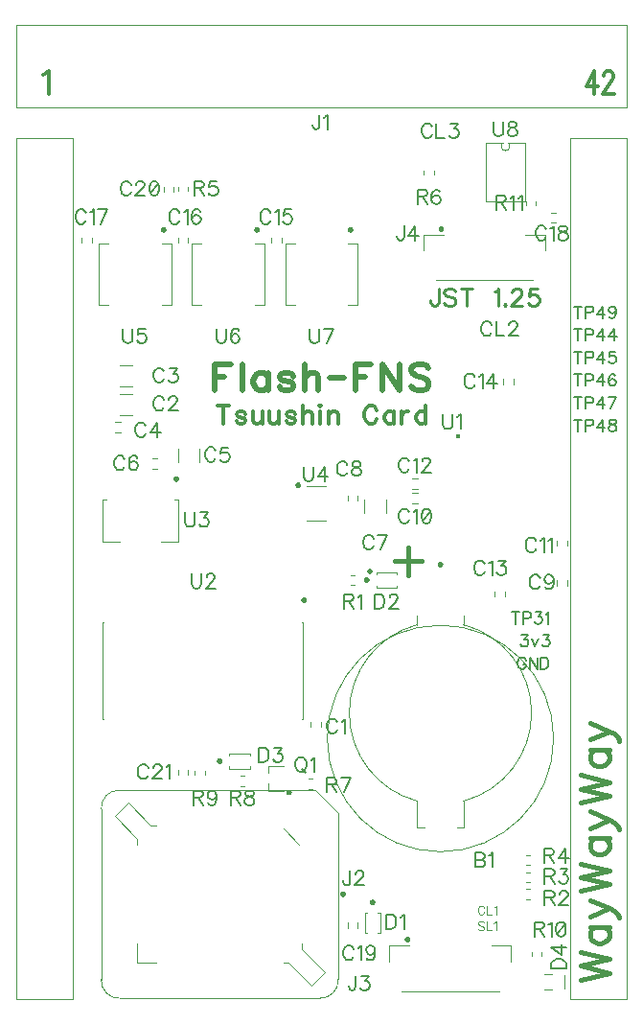
<source format=gbr>
G04 DipTrace 4.3.0.5*
G04 TopSilk.gbr*
%MOIN*%
G04 #@! TF.FileFunction,Legend,Top*
G04 #@! TF.Part,Single*
%ADD10C,0.004724*%
%ADD19C,0.019685*%
%ADD20C,0.003937*%
%ADD48C,0.00772*%
%ADD49C,0.019685*%
%ADD50C,0.015439*%
%ADD51C,0.016983*%
%ADD52C,0.009264*%
%ADD53C,0.013123*%
%ADD54C,0.006176*%
%ADD55C,0.004632*%
%ADD56C,0.012351*%
%FSLAX26Y26*%
G04*
G70*
G90*
G75*
G01*
G04 TopSilk*
%LPD*%
G36*
X1870087Y2268504D2*
X1871371Y2268420D1*
X1872634Y2268169D1*
X1873853Y2267755D1*
X1875008Y2267185D1*
X1876078Y2266470D1*
X1877046Y2265621D1*
X1877895Y2264653D1*
X1878611Y2263583D1*
X1879180Y2262428D1*
X1879594Y2261209D1*
X1879845Y2259946D1*
X1879929Y2258661D1*
X1879845Y2257377D1*
X1879594Y2256114D1*
X1879180Y2254895D1*
X1878611Y2253740D1*
X1877895Y2252670D1*
X1877046Y2251702D1*
X1876078Y2250853D1*
X1875008Y2250138D1*
X1873853Y2249568D1*
X1872634Y2249154D1*
X1871371Y2248903D1*
X1870087Y2248819D1*
D1*
X1868802Y2248903D1*
X1867539Y2249154D1*
X1866320Y2249568D1*
X1865165Y2250138D1*
X1864095Y2250853D1*
X1863127Y2251702D1*
X1862278Y2252670D1*
X1861563Y2253740D1*
X1860993Y2254895D1*
X1860580Y2256114D1*
X1860328Y2257377D1*
X1860244Y2258661D1*
X1860328Y2259946D1*
X1860580Y2261209D1*
X1860993Y2262428D1*
X1861563Y2263583D1*
X1862278Y2264653D1*
X1863127Y2265621D1*
X1864095Y2266470D1*
X1865165Y2267185D1*
X1866320Y2267755D1*
X1867539Y2268169D1*
X1868802Y2268420D1*
X1870087Y2268504D1*
D1*
G37*
X1950795Y2049016D2*
D10*
Y2079528D1*
X1789378Y2049016D2*
Y2079528D1*
X1950795Y1436024D2*
Y1342913D1*
X1789378Y1436024D2*
Y1342913D1*
X1950795D2*
X1926386D1*
X1813787D2*
X1789378D1*
Y2049016D2*
G03X1789378Y1436024I80708J-306496D01*
G01*
X1950795D2*
G03X1950795Y2049016I-80710J306496D01*
G01*
X1454732Y1711811D2*
Y1693701D1*
X1419299Y1711811D2*
Y1693701D1*
X799614Y2777559D2*
X755520D1*
X799614Y2852362D2*
X755520D1*
X799614Y2875984D2*
X755520D1*
X799614Y2950787D2*
X755520D1*
X757094Y2718504D2*
X738984D1*
X757094Y2753937D2*
X738984D1*
X1031503Y2659843D2*
X1031505Y2615749D1*
X956700Y2659842D2*
X956701Y2615747D1*
X885047Y2590551D2*
X866937D1*
X885047Y2625984D2*
X866937D1*
X1606307Y2438583D2*
Y2482677D1*
X1681110Y2438583D2*
Y2482677D1*
X1547252Y2481102D2*
Y2499213D1*
X1582685Y2481102D2*
Y2499213D1*
X2275599Y2185826D2*
X2275598Y2203937D1*
X2311032Y2185827D2*
X2311031Y2203937D1*
X1772449Y2507874D2*
X1790559D1*
X1772449Y2472441D2*
X1790559D1*
X2275599Y2323622D2*
X2275598Y2341732D1*
X2311032Y2323622D2*
X2311031Y2341733D1*
X1772449Y2557087D2*
X1790559D1*
X1772449Y2521654D2*
X1790559D1*
X2059063Y2146457D2*
Y2164567D1*
X2094496Y2146457D2*
Y2164567D1*
X2124024Y2902756D2*
Y2884646D1*
X2088591Y2902756D2*
Y2884646D1*
X1281504Y3376772D2*
Y3394882D1*
X1316937Y3376772D2*
Y3394882D1*
X956701Y3376772D2*
Y3394882D1*
X992134Y3376772D2*
Y3394882D1*
X622055Y3376772D2*
Y3394882D1*
X657488Y3376772D2*
Y3394882D1*
X2254732Y3482283D2*
X2272842Y3482284D1*
X2254733Y3446850D2*
X2272843Y3446851D1*
X1582685Y1012992D2*
Y994882D1*
X1547252Y1012992D2*
Y994882D1*
X907488Y3553937D2*
Y3572047D1*
X942921Y3553937D2*
Y3572048D1*
X956701Y1526378D2*
Y1544488D1*
X992134Y1526378D2*
Y1544489D1*
X1652764Y1049213D2*
X1660638D1*
Y978346D1*
X1652764D1*
X1614969Y1049213D2*
X1607094D1*
Y978346D1*
X1614969D1*
G36*
X1633866Y1093307D2*
X1635151Y1093223D1*
X1636414Y1092972D1*
X1637633Y1092558D1*
X1638787Y1091988D1*
X1639858Y1091273D1*
X1640826Y1090424D1*
X1641675Y1089456D1*
X1642390Y1088386D1*
X1642959Y1087231D1*
X1643373Y1086012D1*
X1643624Y1084749D1*
X1643709Y1083465D1*
X1643624Y1082180D1*
X1643373Y1080917D1*
X1642959Y1079698D1*
X1642390Y1078543D1*
X1641675Y1077473D1*
X1640826Y1076505D1*
X1639858Y1075656D1*
X1638787Y1074941D1*
X1637633Y1074371D1*
X1636414Y1073957D1*
X1635151Y1073706D1*
X1633866Y1073622D1*
D1*
X1632581Y1073706D1*
X1631319Y1073957D1*
X1630100Y1074371D1*
X1628945Y1074941D1*
X1627874Y1075656D1*
X1626906Y1076505D1*
X1626058Y1077473D1*
X1625342Y1078543D1*
X1624773Y1079698D1*
X1624359Y1080917D1*
X1624108Y1082180D1*
X1624024Y1083465D1*
X1624108Y1084749D1*
X1624359Y1086012D1*
X1624773Y1087231D1*
X1625342Y1088386D1*
X1626058Y1089456D1*
X1626906Y1090424D1*
X1627874Y1091273D1*
X1628945Y1091988D1*
X1630100Y1092558D1*
X1631319Y1092972D1*
X1632581Y1093223D1*
X1633866Y1093307D1*
D1*
G37*
X1647645Y2223621D2*
D10*
Y2231495D1*
X1718511Y2231497D1*
Y2223623D1*
X1647646Y2185826D2*
Y2177952D1*
X1718513Y2177954D1*
X1718512Y2185828D1*
G36*
X1603551Y2204722D2*
X1603635Y2206007D1*
X1603886Y2207270D1*
X1604300Y2208489D1*
X1604870Y2209644D1*
X1605585Y2210714D1*
X1606434Y2211682D1*
X1607402Y2212531D1*
X1608472Y2213246D1*
X1609627Y2213816D1*
X1610846Y2214230D1*
X1612109Y2214481D1*
X1613393Y2214565D1*
X1614678Y2214481D1*
X1615941Y2214230D1*
X1617160Y2213816D1*
X1618315Y2213247D1*
X1619385Y2212531D1*
X1620353Y2211683D1*
X1621202Y2210715D1*
X1621917Y2209644D1*
X1622487Y2208489D1*
X1622901Y2207270D1*
X1623152Y2206008D1*
X1623236Y2204723D1*
D1*
X1623152Y2203438D1*
X1622901Y2202175D1*
X1622487Y2200956D1*
X1621918Y2199802D1*
X1621202Y2198731D1*
X1620354Y2197763D1*
X1619386Y2196914D1*
X1618315Y2196199D1*
X1617161Y2195629D1*
X1615941Y2195216D1*
X1614679Y2194964D1*
X1613394Y2194880D1*
X1612109Y2194964D1*
X1610847Y2195215D1*
X1609627Y2195629D1*
X1608473Y2196199D1*
X1607402Y2196914D1*
X1606434Y2197763D1*
X1605585Y2198731D1*
X1604870Y2199801D1*
X1604301Y2200956D1*
X1603887Y2202175D1*
X1603635Y2203438D1*
X1603551Y2204722D1*
D1*
G37*
X1135834Y1593700D2*
D10*
X1135833Y1601574D1*
X1206700Y1601577D1*
Y1593703D1*
X1135835Y1555904D2*
X1135836Y1548030D1*
X1206702Y1548033D1*
Y1555907D1*
G36*
X1091740Y1574800D2*
X1091824Y1576085D1*
X1092075Y1577347D1*
X1092489Y1578567D1*
X1093059Y1579721D1*
X1093774Y1580792D1*
X1094623Y1581760D1*
X1095591Y1582609D1*
X1096661Y1583324D1*
X1097816Y1583894D1*
X1099035Y1584308D1*
X1100298Y1584559D1*
X1101582Y1584643D1*
X1102867Y1584559D1*
X1104130Y1584308D1*
X1105349Y1583894D1*
X1106504Y1583325D1*
X1107574Y1582609D1*
X1108542Y1581761D1*
X1109391Y1580793D1*
X1110106Y1579722D1*
X1110676Y1578567D1*
X1111090Y1577348D1*
X1111341Y1576086D1*
X1111425Y1574801D1*
D1*
X1111341Y1573516D1*
X1111090Y1572253D1*
X1110676Y1571034D1*
X1110107Y1569880D1*
X1109392Y1568809D1*
X1108543Y1567841D1*
X1107575Y1566992D1*
X1106504Y1566277D1*
X1105350Y1565707D1*
X1104131Y1565293D1*
X1102868Y1565042D1*
X1101583Y1564958D1*
X1100298Y1565042D1*
X1099036Y1565293D1*
X1097817Y1565707D1*
X1096662Y1566276D1*
X1095591Y1566992D1*
X1094623Y1567840D1*
X1093774Y1568808D1*
X1093059Y1569879D1*
X1092490Y1571034D1*
X1092076Y1572253D1*
X1091824Y1573515D1*
X1091740Y1574800D1*
D1*
G37*
X2258276Y780315D2*
D20*
X2229930D1*
X2258275Y833859D2*
X2229929Y833858D1*
X2300008Y783859D2*
X2300007Y830316D1*
X393701Y4133681D2*
D10*
Y3848248D1*
X2519701D1*
Y4133681D1*
X393701D1*
X1449824Y750463D2*
G03X1514462Y815932I2939J61741D01*
G01*
G36*
X1541740Y1112205D2*
X1541656Y1110920D1*
X1541405Y1109657D1*
X1540991Y1108438D1*
X1540422Y1107283D1*
X1539706Y1106213D1*
X1538858Y1105245D1*
X1537890Y1104396D1*
X1536819Y1103681D1*
X1535664Y1103111D1*
X1534445Y1102698D1*
X1533183Y1102446D1*
X1531898Y1102362D1*
X1530613Y1102446D1*
X1529350Y1102698D1*
X1528131Y1103111D1*
X1526977Y1103681D1*
X1525906Y1104396D1*
X1524938Y1105245D1*
X1524089Y1106213D1*
X1523374Y1107283D1*
X1522805Y1108438D1*
X1522391Y1109657D1*
X1522140Y1110920D1*
X1522055Y1112205D1*
D1*
X1522140Y1113489D1*
X1522391Y1114752D1*
X1522805Y1115971D1*
X1523374Y1117126D1*
X1524089Y1118196D1*
X1524938Y1119164D1*
X1525906Y1120013D1*
X1526977Y1120729D1*
X1528131Y1121298D1*
X1529350Y1121712D1*
X1530613Y1121963D1*
X1531898Y1122047D1*
X1533183Y1121963D1*
X1534445Y1121712D1*
X1535664Y1121298D1*
X1536819Y1120729D1*
X1537890Y1120013D1*
X1538858Y1119164D1*
X1539706Y1118196D1*
X1540422Y1117126D1*
X1540991Y1115971D1*
X1541405Y1114752D1*
X1541656Y1113489D1*
X1541740Y1112205D1*
D1*
G37*
X690235Y815144D2*
D10*
G03X755704Y750507I61741J-2939D01*
G01*
X754916Y1473946D2*
G03X690278Y1408478I-2939J-61741D01*
G01*
X1449824Y750394D2*
X755717D1*
X689969Y815144D2*
Y1408465D1*
X754916Y1474016D2*
X1435047D1*
X1514969Y1394094D1*
X1514772D2*
Y815945D1*
X881505Y874803D2*
X815756D1*
Y941340D1*
Y1283070D2*
Y1304331D1*
X737016Y1383071D1*
X783473Y1429528D1*
X862213Y1349606D1*
X881505D1*
X1323235Y1340409D2*
X1379684Y1283070D1*
X1388984Y941340D2*
Y920079D1*
X1467725Y841339D1*
X1421268Y794882D1*
X1342528Y874803D1*
X1323235D1*
X2073631Y775591D2*
X1735440D1*
G36*
X1764772Y954724D2*
X1764687Y953440D1*
X1764436Y952177D1*
X1764022Y950958D1*
X1763453Y949803D1*
X1762738Y948733D1*
X1761889Y947765D1*
X1760921Y946916D1*
X1759850Y946201D1*
X1758696Y945631D1*
X1757477Y945217D1*
X1756214Y944966D1*
X1754929Y944882D1*
X1753644Y944966D1*
X1752382Y945217D1*
X1751163Y945631D1*
X1750008Y946201D1*
X1748937Y946916D1*
X1747969Y947765D1*
X1747121Y948733D1*
X1746405Y949803D1*
X1745836Y950958D1*
X1745422Y952177D1*
X1745171Y953440D1*
X1745087Y954724D1*
D1*
X1745171Y956009D1*
X1745422Y957272D1*
X1745836Y958491D1*
X1746405Y959646D1*
X1747121Y960716D1*
X1747969Y961684D1*
X1748937Y962533D1*
X1750008Y963248D1*
X1751163Y963818D1*
X1752382Y964232D1*
X1753644Y964483D1*
X1754929Y964567D1*
X1756214Y964483D1*
X1757477Y964232D1*
X1758696Y963818D1*
X1759850Y963248D1*
X1760921Y962533D1*
X1761889Y961684D1*
X1762738Y960716D1*
X1763453Y959646D1*
X1764022Y958491D1*
X1764436Y957272D1*
X1764687Y956009D1*
X1764772Y954724D1*
D1*
G37*
X1692921Y879133D2*
D10*
Y935039D1*
X1762608D1*
X2046463D2*
X2116150D1*
Y879133D1*
X2191741Y3246063D2*
X1853550D1*
G36*
X1882882Y3425197D2*
X1882798Y3423912D1*
X1882547Y3422649D1*
X1882133Y3421430D1*
X1881563Y3420276D1*
X1880848Y3419205D1*
X1879999Y3418237D1*
X1879031Y3417388D1*
X1877961Y3416673D1*
X1876806Y3416104D1*
X1875587Y3415690D1*
X1874324Y3415439D1*
X1873039Y3415354D1*
X1871755Y3415439D1*
X1870492Y3415690D1*
X1869273Y3416104D1*
X1868118Y3416673D1*
X1867048Y3417388D1*
X1866080Y3418237D1*
X1865231Y3419205D1*
X1864515Y3420276D1*
X1863946Y3421430D1*
X1863532Y3422649D1*
X1863281Y3423912D1*
X1863197Y3425197D1*
D1*
X1863281Y3426482D1*
X1863532Y3427744D1*
X1863946Y3428963D1*
X1864515Y3430118D1*
X1865231Y3431189D1*
X1866080Y3432157D1*
X1867048Y3433005D1*
X1868118Y3433721D1*
X1869273Y3434290D1*
X1870492Y3434704D1*
X1871755Y3434955D1*
X1873039Y3435039D1*
X1874324Y3434955D1*
X1875587Y3434704D1*
X1876806Y3434290D1*
X1877961Y3433721D1*
X1879031Y3433005D1*
X1879999Y3432157D1*
X1880848Y3431189D1*
X1881563Y3430118D1*
X1882133Y3428963D1*
X1882547Y3427744D1*
X1882798Y3426482D1*
X1882882Y3425197D1*
D1*
G37*
X1811031Y3349605D2*
D10*
Y3405512D1*
X1880718D1*
X2164573D2*
X2234260D1*
Y3349605D1*
X1272449Y1498819D2*
Y1472441D1*
X1325992D1*
X1272449Y1532677D2*
Y1559055D1*
X1325992D1*
G36*
X1343315Y1455906D2*
X1342030Y1455990D1*
X1340768Y1456241D1*
X1339548Y1456655D1*
X1338394Y1457224D1*
X1337323Y1457939D1*
X1336355Y1458788D1*
X1335506Y1459756D1*
X1334791Y1460827D1*
X1334222Y1461981D1*
X1333808Y1463201D1*
X1333557Y1464463D1*
X1333472Y1465748D1*
X1333557Y1467033D1*
X1333808Y1468295D1*
X1334222Y1469515D1*
X1334791Y1470669D1*
X1335506Y1471740D1*
X1336355Y1472708D1*
X1337323Y1473557D1*
X1338394Y1474272D1*
X1339548Y1474841D1*
X1340768Y1475255D1*
X1342030Y1475506D1*
X1343315Y1475591D1*
D1*
X1344600Y1475506D1*
X1345862Y1475255D1*
X1347082Y1474841D1*
X1348236Y1474272D1*
X1349307Y1473557D1*
X1350275Y1472708D1*
X1351124Y1471740D1*
X1351839Y1470669D1*
X1352408Y1469515D1*
X1352822Y1468295D1*
X1353073Y1467033D1*
X1353157Y1465748D1*
X1353073Y1464463D1*
X1352822Y1463201D1*
X1352408Y1461981D1*
X1351839Y1460827D1*
X1351124Y1459756D1*
X1350275Y1458788D1*
X1349307Y1457939D1*
X1348236Y1457224D1*
X1347082Y1456655D1*
X1345862Y1456241D1*
X1344600Y1455990D1*
X1343315Y1455906D1*
D1*
G37*
X1571662Y2187008D2*
D10*
X1558276D1*
X1571661Y2222441D2*
X1558275D1*
X2168512Y1129921D2*
X2181898D1*
X2168512Y1094488D2*
X2181898D1*
X2168512Y1188976D2*
X2181898D1*
X2168512Y1153543D2*
X2181898D1*
X2168512Y1248031D2*
X2181898D1*
X2168512Y1212598D2*
X2181898D1*
X992134Y3569686D2*
Y3556300D1*
X956701Y3569684D2*
Y3556298D1*
X1848433Y3628741D2*
Y3615355D1*
X1813000Y3628740D2*
Y3615354D1*
X1410637Y1513779D2*
X1424023Y1513780D1*
X1410638Y1478346D2*
X1424024Y1478347D1*
X1187804Y1488189D2*
X1174418D1*
X1187802Y1523622D2*
X1174417D1*
X1051189Y1542126D2*
Y1528741D1*
X1015756Y1542126D2*
Y1528740D1*
X2187016Y898819D2*
Y912204D1*
X2222449Y898819D2*
Y912205D1*
X2202764Y3520472D2*
Y3507087D1*
X2167331Y3520472D2*
Y3507087D1*
G36*
X1923236Y2704724D2*
X1923304Y2705752D1*
X1923505Y2706762D1*
X1923836Y2707738D1*
X1924291Y2708661D1*
X1924863Y2709518D1*
X1925542Y2710292D1*
X1926317Y2710971D1*
X1927173Y2711544D1*
X1928097Y2711999D1*
X1929072Y2712330D1*
X1930082Y2712531D1*
X1931110Y2712598D1*
X1932138Y2712531D1*
X1933148Y2712330D1*
X1934123Y2711999D1*
X1935047Y2711544D1*
X1935904Y2710971D1*
X1936678Y2710292D1*
X1937357Y2709518D1*
X1937929Y2708661D1*
X1938385Y2707738D1*
X1938716Y2706762D1*
X1938917Y2705752D1*
X1938984Y2704724D1*
D1*
X1938917Y2703697D1*
X1938716Y2702686D1*
X1938385Y2701711D1*
X1937929Y2700787D1*
X1937357Y2699931D1*
X1936678Y2699157D1*
X1935904Y2698478D1*
X1935047Y2697905D1*
X1934123Y2697450D1*
X1933148Y2697119D1*
X1932138Y2696918D1*
X1931110Y2696850D1*
X1930082Y2696918D1*
X1929072Y2697119D1*
X1928097Y2697450D1*
X1927173Y2697905D1*
X1926317Y2698478D1*
X1925542Y2699157D1*
X1924863Y2699931D1*
X1924291Y2700787D1*
X1923836Y2701711D1*
X1923505Y2702686D1*
X1923304Y2703697D1*
X1923236Y2704724D1*
D1*
G37*
X1388591Y1720472D2*
D10*
X1391740D1*
Y2059055D1*
X1388591D1*
X698039Y1720472D2*
X694890D1*
Y2059055D1*
X698039D1*
G36*
X1405913Y2135039D2*
X1405829Y2133755D1*
X1405578Y2132492D1*
X1405164Y2131273D1*
X1404595Y2130118D1*
X1403879Y2129048D1*
X1403031Y2128080D1*
X1402063Y2127231D1*
X1400992Y2126515D1*
X1399837Y2125946D1*
X1398618Y2125532D1*
X1397356Y2125281D1*
X1396071Y2125197D1*
X1394786Y2125281D1*
X1393523Y2125532D1*
X1392304Y2125946D1*
X1391150Y2126515D1*
X1390079Y2127231D1*
X1389111Y2128080D1*
X1388262Y2129048D1*
X1387547Y2130118D1*
X1386978Y2131273D1*
X1386564Y2132492D1*
X1386313Y2133755D1*
X1386228Y2135039D1*
D1*
X1386313Y2136324D1*
X1386564Y2137587D1*
X1386978Y2138806D1*
X1387547Y2139961D1*
X1388262Y2141031D1*
X1389111Y2141999D1*
X1390079Y2142848D1*
X1391150Y2143563D1*
X1392304Y2144133D1*
X1393523Y2144547D1*
X1394786Y2144798D1*
X1396071Y2144882D1*
X1397356Y2144798D1*
X1398618Y2144547D1*
X1399837Y2144133D1*
X1400992Y2143563D1*
X1402063Y2142848D1*
X1403031Y2141999D1*
X1403879Y2141031D1*
X1404595Y2139961D1*
X1405164Y2138806D1*
X1405578Y2137587D1*
X1405829Y2136324D1*
X1405913Y2135039D1*
D1*
G37*
X898039Y2338583D2*
D10*
X958669D1*
Y2484252D1*
X944102D1*
X755520Y2338583D2*
X694890D1*
Y2484252D1*
X709457D1*
G36*
X961425Y2555512D2*
X961341Y2554227D1*
X961090Y2552964D1*
X960676Y2551745D1*
X960107Y2550591D1*
X959391Y2549520D1*
X958542Y2548552D1*
X957574Y2547703D1*
X956504Y2546988D1*
X955349Y2546419D1*
X954130Y2546005D1*
X952867Y2545753D1*
X951583Y2545669D1*
X950298Y2545753D1*
X949035Y2546005D1*
X947816Y2546419D1*
X946661Y2546988D1*
X945591Y2547703D1*
X944623Y2548552D1*
X943774Y2549520D1*
X943059Y2550591D1*
X942489Y2551745D1*
X942076Y2552964D1*
X941824Y2554227D1*
X941740Y2555512D1*
D1*
X941824Y2556797D1*
X942076Y2558059D1*
X942489Y2559278D1*
X943059Y2560433D1*
X943774Y2561504D1*
X944623Y2562472D1*
X945591Y2563320D1*
X946661Y2564036D1*
X947816Y2564605D1*
X949035Y2565019D1*
X950298Y2565270D1*
X951583Y2565354D1*
X952867Y2565270D1*
X954130Y2565019D1*
X955349Y2564605D1*
X956504Y2564036D1*
X957574Y2563320D1*
X958542Y2562472D1*
X959391Y2561504D1*
X960107Y2560433D1*
X960676Y2559278D1*
X961090Y2558059D1*
X961341Y2556797D1*
X961425Y2555512D1*
D1*
G37*
X1470480Y2529528D2*
D10*
X1403551D1*
X1470480Y2411417D2*
X1403551D1*
G36*
X1375205Y2544094D2*
X1376489Y2544010D1*
X1377752Y2543759D1*
X1378971Y2543345D1*
X1380126Y2542776D1*
X1381196Y2542061D1*
X1382164Y2541212D1*
X1383013Y2540244D1*
X1383729Y2539173D1*
X1384298Y2538019D1*
X1384712Y2536799D1*
X1384963Y2535537D1*
X1385047Y2534252D1*
X1384963Y2532967D1*
X1384712Y2531705D1*
X1384298Y2530485D1*
X1383729Y2529331D1*
X1383013Y2528260D1*
X1382164Y2527292D1*
X1381196Y2526443D1*
X1380126Y2525728D1*
X1378971Y2525159D1*
X1377752Y2524745D1*
X1376489Y2524494D1*
X1375205Y2524409D1*
D1*
X1373920Y2524494D1*
X1372657Y2524745D1*
X1371438Y2525159D1*
X1370283Y2525728D1*
X1369213Y2526443D1*
X1368245Y2527292D1*
X1367396Y2528260D1*
X1366681Y2529331D1*
X1366111Y2530485D1*
X1365698Y2531705D1*
X1365446Y2532967D1*
X1365362Y2534252D1*
X1365446Y2535537D1*
X1365698Y2536799D1*
X1366111Y2538019D1*
X1366681Y2539173D1*
X1367396Y2540244D1*
X1368245Y2541212D1*
X1369213Y2542061D1*
X1370283Y2542776D1*
X1371438Y2543345D1*
X1372657Y2543759D1*
X1373920Y2544010D1*
X1375205Y2544094D1*
D1*
G37*
X900008Y3161417D2*
D10*
X933079D1*
Y3374016D1*
X900008D1*
X714181Y3161417D2*
X681110D1*
Y3374016D1*
X714181D1*
G36*
X917331Y3422047D2*
X917247Y3420763D1*
X916995Y3419500D1*
X916581Y3418281D1*
X916012Y3417126D1*
X915297Y3416055D1*
X914448Y3415088D1*
X913480Y3414239D1*
X912409Y3413523D1*
X911255Y3412954D1*
X910036Y3412540D1*
X908773Y3412289D1*
X907488Y3412205D1*
X906203Y3412289D1*
X904941Y3412540D1*
X903722Y3412954D1*
X902567Y3413523D1*
X901496Y3414239D1*
X900528Y3415088D1*
X899680Y3416055D1*
X898964Y3417126D1*
X898395Y3418281D1*
X897981Y3419500D1*
X897730Y3420763D1*
X897646Y3422047D1*
D1*
X897730Y3423332D1*
X897981Y3424595D1*
X898395Y3425814D1*
X898964Y3426969D1*
X899680Y3428039D1*
X900528Y3429007D1*
X901496Y3429856D1*
X902567Y3430571D1*
X903722Y3431141D1*
X904941Y3431554D1*
X906203Y3431806D1*
X907488Y3431890D1*
X908773Y3431806D1*
X910036Y3431554D1*
X911255Y3431141D1*
X912409Y3430571D1*
X913480Y3429856D1*
X914448Y3429007D1*
X915297Y3428039D1*
X916012Y3426969D1*
X916581Y3425814D1*
X916995Y3424595D1*
X917247Y3423332D1*
X917331Y3422047D1*
D1*
G37*
X1224811Y3161417D2*
D10*
X1257882D1*
Y3374016D1*
X1224811D1*
X1038984Y3161417D2*
X1005913D1*
Y3374016D1*
X1038984D1*
G36*
X1242134Y3422047D2*
X1242050Y3420763D1*
X1241798Y3419500D1*
X1241385Y3418281D1*
X1240815Y3417126D1*
X1240100Y3416055D1*
X1239251Y3415088D1*
X1238283Y3414239D1*
X1237213Y3413523D1*
X1236058Y3412954D1*
X1234839Y3412540D1*
X1233576Y3412289D1*
X1232291Y3412205D1*
X1231007Y3412289D1*
X1229744Y3412540D1*
X1228525Y3412954D1*
X1227370Y3413523D1*
X1226300Y3414239D1*
X1225332Y3415088D1*
X1224483Y3416055D1*
X1223767Y3417126D1*
X1223198Y3418281D1*
X1222784Y3419500D1*
X1222533Y3420763D1*
X1222449Y3422047D1*
D1*
X1222533Y3423332D1*
X1222784Y3424595D1*
X1223198Y3425814D1*
X1223767Y3426969D1*
X1224483Y3428039D1*
X1225332Y3429007D1*
X1226300Y3429856D1*
X1227370Y3430571D1*
X1228525Y3431141D1*
X1229744Y3431554D1*
X1231007Y3431806D1*
X1232291Y3431890D1*
X1233576Y3431806D1*
X1234839Y3431554D1*
X1236058Y3431141D1*
X1237213Y3430571D1*
X1238283Y3429856D1*
X1239251Y3429007D1*
X1240100Y3428039D1*
X1240815Y3426969D1*
X1241385Y3425814D1*
X1241798Y3424595D1*
X1242050Y3423332D1*
X1242134Y3422047D1*
D1*
G37*
X1549614Y3161417D2*
D10*
X1582685D1*
Y3374016D1*
X1549614D1*
X1363787Y3161417D2*
X1330717D1*
Y3374016D1*
X1363787D1*
G36*
X1566937Y3422047D2*
X1566853Y3420763D1*
X1566602Y3419500D1*
X1566188Y3418281D1*
X1565618Y3417126D1*
X1564903Y3416055D1*
X1564054Y3415088D1*
X1563086Y3414239D1*
X1562016Y3413523D1*
X1560861Y3412954D1*
X1559642Y3412540D1*
X1558379Y3412289D1*
X1557094Y3412205D1*
X1555810Y3412289D1*
X1554547Y3412540D1*
X1553328Y3412954D1*
X1552173Y3413523D1*
X1551103Y3414239D1*
X1550135Y3415088D1*
X1549286Y3416055D1*
X1548571Y3417126D1*
X1548001Y3418281D1*
X1547587Y3419500D1*
X1547336Y3420763D1*
X1547252Y3422047D1*
D1*
X1547336Y3423332D1*
X1547587Y3424595D1*
X1548001Y3425814D1*
X1548571Y3426969D1*
X1549286Y3428039D1*
X1550135Y3429007D1*
X1551103Y3429856D1*
X1552173Y3430571D1*
X1553328Y3431141D1*
X1554547Y3431554D1*
X1555810Y3431806D1*
X1557094Y3431890D1*
X1558379Y3431806D1*
X1559642Y3431554D1*
X1560861Y3431141D1*
X1562016Y3430571D1*
X1563086Y3429856D1*
X1564054Y3429007D1*
X1564903Y3428039D1*
X1565618Y3426969D1*
X1566188Y3425814D1*
X1566602Y3424595D1*
X1566853Y3423332D1*
X1566937Y3422047D1*
D1*
G37*
X2029549Y3724407D2*
D10*
X2029553Y3519685D1*
X2163376Y3724410D2*
X2163380Y3519688D1*
X2029553Y3519685D2*
X2163380Y3519688D1*
X2029549Y3724407D2*
X2088576Y3724408D1*
X2104348D2*
X2163376Y3724410D1*
X2088576Y3724408D2*
G03X2104348Y3724408I7886J-12649D01*
G01*
X2322843Y3740157D2*
X2519693D1*
Y748031D1*
X2322843D1*
Y3740157D1*
X393709D2*
X590559D1*
Y748031D1*
X393709D1*
Y3740157D1*
X1476386Y1653543D2*
G02X1476386Y1653543I393701J0D01*
G01*
D19*
X1624024Y2234252D3*
X1140890Y2954181D2*
D49*
X1084880D1*
Y2863749D1*
Y2911104D2*
X1119302D1*
X1180260Y2954181D2*
Y2863749D1*
X1271263Y2924037D2*
Y2863749D1*
Y2911104D2*
X1262707Y2919759D1*
X1254052Y2924037D1*
X1241218D1*
X1232563Y2919759D1*
X1224007Y2911104D1*
X1219630Y2898171D1*
Y2889615D1*
X1224007Y2876682D1*
X1232563Y2868127D1*
X1241218Y2863749D1*
X1254052D1*
X1262707Y2868127D1*
X1271263Y2876682D1*
X1357988Y2911104D2*
X1353710Y2919759D1*
X1340777Y2924037D1*
X1327844D1*
X1314911Y2919759D1*
X1310633Y2911104D1*
X1314911Y2902548D1*
X1323566Y2898171D1*
X1345055Y2893893D1*
X1353710Y2889615D1*
X1357988Y2880960D1*
Y2876682D1*
X1353710Y2868127D1*
X1340777Y2863749D1*
X1327844D1*
X1314911Y2868127D1*
X1310633Y2876682D1*
X1397358Y2954181D2*
Y2863749D1*
Y2906826D2*
X1410291Y2919759D1*
X1418946Y2924037D1*
X1431879D1*
X1440435Y2919759D1*
X1444713Y2906826D1*
Y2863749D1*
X1484083Y2908916D2*
X1533825D1*
X1629206Y2954181D2*
X1573196D1*
Y2863749D1*
Y2911104D2*
X1607617D1*
X1728864Y2954181D2*
Y2863749D1*
X1668576Y2954181D1*
Y2863749D1*
X1828522Y2941248D2*
X1819966Y2949903D1*
X1807033Y2954181D1*
X1789822D1*
X1776889Y2949903D1*
X1768234Y2941248D1*
Y2932692D1*
X1772611Y2924037D1*
X1776889Y2919759D1*
X1785445Y2915482D1*
X1811311Y2906826D1*
X1819966Y2902548D1*
X1824244Y2898171D1*
X1828522Y2889615D1*
Y2876682D1*
X1819966Y2868127D1*
X1807033Y2863749D1*
X1789822D1*
X1776889Y2868127D1*
X1768234Y2876682D1*
X2356760Y814806D2*
D50*
X2457240Y838793D1*
X2356760Y862670D1*
X2457240Y886546D1*
X2356760Y910533D1*
X2390253Y998781D2*
X2457240D1*
X2404623D2*
X2395006Y989275D1*
X2390253Y979658D1*
Y965399D1*
X2395006Y955782D1*
X2404623Y946275D1*
X2418993Y941412D1*
X2428500D1*
X2442870Y946275D1*
X2452376Y955782D1*
X2457240Y965399D1*
Y979658D1*
X2452376Y989275D1*
X2442870Y998781D1*
X2390253Y1034524D2*
X2457240Y1063153D1*
X2476363Y1053647D1*
X2485980Y1044030D1*
X2490733Y1034524D1*
Y1029660D1*
X2390253Y1091893D2*
X2457240Y1063153D1*
X2356760Y1122772D2*
X2457240Y1146759D1*
X2356760Y1170635D1*
X2457240Y1194512D1*
X2356760Y1218499D1*
X2390253Y1306747D2*
X2457240D1*
X2404623D2*
X2395006Y1297241D1*
X2390253Y1287624D1*
Y1273364D1*
X2395006Y1263747D1*
X2404623Y1254241D1*
X2418993Y1249377D1*
X2428500D1*
X2442870Y1254241D1*
X2452376Y1263747D1*
X2457240Y1273364D1*
Y1287624D1*
X2452376Y1297241D1*
X2442870Y1306747D1*
X2390253Y1342489D2*
X2457240Y1371119D1*
X2476363Y1361612D1*
X2485980Y1351995D1*
X2490733Y1342489D1*
Y1337625D1*
X2390253Y1399859D2*
X2457240Y1371119D1*
X2356760Y1430737D2*
X2457240Y1454724D1*
X2356760Y1478601D1*
X2457240Y1502477D1*
X2356760Y1526464D1*
X2390253Y1614713D2*
X2457240D1*
X2404623D2*
X2395006Y1605206D1*
X2390253Y1595589D1*
Y1581330D1*
X2395006Y1571713D1*
X2404623Y1562206D1*
X2418993Y1557343D1*
X2428500D1*
X2442870Y1562206D1*
X2452376Y1571713D1*
X2457240Y1581330D1*
Y1595589D1*
X2452376Y1605206D1*
X2442870Y1614713D1*
X2390253Y1650455D2*
X2457240Y1679084D1*
X2476363Y1669578D1*
X2485980Y1659961D1*
X2490733Y1650455D1*
Y1645591D1*
X2390253Y1707824D2*
X2457240Y1679084D1*
X1758555Y2316931D2*
D51*
Y2222210D1*
X1711255Y2269510D2*
X1805976D1*
X1864066Y3217839D2*
D52*
Y3171943D1*
X1861214Y3163321D1*
X1858296Y3160469D1*
X1852592Y3157551D1*
X1846822D1*
X1841118Y3160469D1*
X1838267Y3163321D1*
X1835348Y3171943D1*
Y3177647D1*
X1922785Y3209216D2*
X1917082Y3214987D1*
X1908460Y3217839D1*
X1896986D1*
X1888364Y3214987D1*
X1882593Y3209216D1*
Y3203513D1*
X1885512Y3197743D1*
X1888364Y3194891D1*
X1894067Y3192039D1*
X1911312Y3186269D1*
X1917082Y3183417D1*
X1919934Y3180498D1*
X1922785Y3174795D1*
Y3166173D1*
X1917082Y3160469D1*
X1908460Y3157551D1*
X1896986D1*
X1888364Y3160469D1*
X1882593Y3166173D1*
X1961409Y3217839D2*
Y3157551D1*
X1941313Y3217839D2*
X1981505D1*
X2058353Y3206298D2*
X2064123Y3209216D1*
X2072745Y3217772D1*
Y3157551D1*
X2094124Y3163321D2*
X2091272Y3160402D1*
X2094124Y3157551D1*
X2097042Y3160402D1*
X2094124Y3163321D1*
X2118488Y3203446D2*
Y3206298D1*
X2121339Y3212068D1*
X2124191Y3214920D1*
X2129962Y3217772D1*
X2141435D1*
X2147139Y3214920D1*
X2149991Y3212068D1*
X2152909Y3206298D1*
Y3200594D1*
X2149991Y3194824D1*
X2144287Y3186269D1*
X2115569Y3157551D1*
X2155761D1*
X2208710Y3217772D2*
X2180059D1*
X2177207Y3191972D1*
X2180059Y3194824D1*
X2188681Y3197743D1*
X2197236D1*
X2205858Y3194824D1*
X2211629Y3189120D1*
X2214480Y3180498D1*
Y3174795D1*
X2211629Y3166173D1*
X2205858Y3160402D1*
X2197236Y3157551D1*
X2188681D1*
X2180059Y3160402D1*
X2177207Y3163321D1*
X2174288Y3169024D1*
X1114278Y2809349D2*
D53*
Y2749061D1*
X1094182Y2809349D2*
X1134374D1*
X1192190Y2780631D2*
X1189338Y2786401D1*
X1180716Y2789253D1*
X1172094D1*
X1163472Y2786401D1*
X1160620Y2780631D1*
X1163472Y2774927D1*
X1169242Y2772009D1*
X1183568Y2769157D1*
X1189338Y2766305D1*
X1192190Y2760535D1*
Y2757683D1*
X1189338Y2751979D1*
X1180716Y2749061D1*
X1172094D1*
X1163472Y2751979D1*
X1160620Y2757683D1*
X1218437Y2789253D2*
Y2760535D1*
X1221289Y2751979D1*
X1227059Y2749061D1*
X1235681D1*
X1241385Y2751979D1*
X1250007Y2760535D1*
Y2789253D2*
Y2749061D1*
X1276254Y2789253D2*
Y2760535D1*
X1279106Y2751979D1*
X1284876Y2749061D1*
X1293498D1*
X1299202Y2751979D1*
X1307824Y2760535D1*
Y2789253D2*
Y2749061D1*
X1365640Y2780631D2*
X1362788Y2786401D1*
X1354166Y2789253D1*
X1345544D1*
X1336922Y2786401D1*
X1334070Y2780631D1*
X1336922Y2774927D1*
X1342692Y2772009D1*
X1357018Y2769157D1*
X1362788Y2766305D1*
X1365640Y2760535D1*
Y2757683D1*
X1362788Y2751979D1*
X1354166Y2749061D1*
X1345544D1*
X1336922Y2751979D1*
X1334070Y2757683D1*
X1391887Y2809349D2*
Y2749061D1*
Y2777779D2*
X1400509Y2786401D1*
X1406279Y2789253D1*
X1414901D1*
X1420605Y2786401D1*
X1423457Y2777779D1*
Y2749061D1*
X1449704Y2809349D2*
X1452556Y2806497D1*
X1455474Y2809349D1*
X1452556Y2812267D1*
X1449704Y2809349D1*
X1452556Y2789253D2*
Y2749061D1*
X1481721Y2789253D2*
Y2749061D1*
Y2777779D2*
X1490343Y2786401D1*
X1496113Y2789253D1*
X1504668D1*
X1510439Y2786401D1*
X1513290Y2777779D1*
Y2749061D1*
X1648622Y2795023D2*
X1645770Y2800727D1*
X1640000Y2806497D1*
X1634296Y2809349D1*
X1622822D1*
X1617052Y2806497D1*
X1611348Y2800727D1*
X1608430Y2795023D1*
X1605578Y2786401D1*
Y2772009D1*
X1608430Y2763453D1*
X1611348Y2757683D1*
X1617052Y2751979D1*
X1622822Y2749061D1*
X1634296D1*
X1640000Y2751979D1*
X1645770Y2757683D1*
X1648622Y2763453D1*
X1709290Y2789253D2*
Y2749061D1*
Y2780631D2*
X1703587Y2786401D1*
X1697817Y2789253D1*
X1689261D1*
X1683491Y2786401D1*
X1677787Y2780631D1*
X1674869Y2772009D1*
Y2766305D1*
X1677787Y2757683D1*
X1683491Y2751979D1*
X1689261Y2749061D1*
X1697817D1*
X1703587Y2751979D1*
X1709290Y2757683D1*
X1735537Y2789253D2*
Y2749061D1*
Y2772009D2*
X1738455Y2780631D1*
X1744159Y2786401D1*
X1749929Y2789253D1*
X1758551D1*
X1819220Y2809349D2*
Y2749061D1*
Y2780631D2*
X1813516Y2786401D1*
X1807746Y2789253D1*
X1799124D1*
X1793420Y2786401D1*
X1787650Y2780631D1*
X1784798Y2772009D1*
Y2766305D1*
X1787650Y2757683D1*
X1793420Y2751979D1*
X1799124Y2749061D1*
X1807746D1*
X1813516Y2751979D1*
X1819220Y2757683D1*
X1840919Y3780158D2*
D48*
X1838542Y3784911D1*
X1833734Y3789720D1*
X1828980Y3792096D1*
X1819419D1*
X1814610Y3789720D1*
X1809857Y3784911D1*
X1807425Y3780158D1*
X1805049Y3772973D1*
Y3760980D1*
X1807425Y3753850D1*
X1809857Y3749041D1*
X1814610Y3744288D1*
X1819419Y3741856D1*
X1828980D1*
X1833734Y3744288D1*
X1838542Y3749041D1*
X1840919Y3753850D1*
X1856358Y3792096D2*
Y3741856D1*
X1885043D1*
X1905291Y3792041D2*
X1931544D1*
X1917229Y3772918D1*
X1924414D1*
X1929167Y3770541D1*
X1931544Y3768165D1*
X1933975Y3760980D1*
Y3756226D1*
X1931544Y3749041D1*
X1926790Y3744233D1*
X1919605Y3741856D1*
X1912420D1*
X1905291Y3744233D1*
X1902914Y3746665D1*
X1900482Y3751418D1*
X2047612Y3091182D2*
X2045235Y3095935D1*
X2040427Y3100743D1*
X2035673Y3103120D1*
X2026112D1*
X2021303Y3100743D1*
X2016550Y3095935D1*
X2014118Y3091182D1*
X2011742Y3083997D1*
Y3072003D1*
X2014118Y3064874D1*
X2016550Y3060065D1*
X2021303Y3055312D1*
X2026112Y3052880D1*
X2035673D1*
X2040427Y3055312D1*
X2045235Y3060065D1*
X2047612Y3064874D1*
X2063051Y3103120D2*
Y3052880D1*
X2091736D1*
X2109607Y3091127D2*
Y3093503D1*
X2111983Y3098312D1*
X2114360Y3100688D1*
X2119168Y3103065D1*
X2128730D1*
X2133483Y3100688D1*
X2135860Y3098312D1*
X2138292Y3093503D1*
Y3088750D1*
X2135860Y3083942D1*
X2131107Y3076812D1*
X2107175Y3052880D1*
X2140668D1*
X2349170Y3155724D2*
D54*
Y3115532D1*
X2335773Y3155724D2*
X2362568D1*
X2374919Y3134678D2*
X2392163D1*
X2397867Y3136579D1*
X2399812Y3138525D1*
X2401714Y3142327D1*
Y3148075D1*
X2399812Y3151878D1*
X2397867Y3153823D1*
X2392163Y3155724D1*
X2374919D1*
Y3115532D1*
X2433210D2*
Y3155680D1*
X2414065Y3128930D1*
X2442761D1*
X2480006Y3142327D2*
X2478060Y3136579D1*
X2474258Y3132732D1*
X2468510Y3130831D1*
X2466608D1*
X2460860Y3132732D1*
X2457058Y3136579D1*
X2455112Y3142327D1*
Y3144228D1*
X2457058Y3149976D1*
X2460860Y3153779D1*
X2466608Y3155680D1*
X2468510D1*
X2474258Y3153779D1*
X2478060Y3149976D1*
X2480006Y3142327D1*
Y3132732D1*
X2478060Y3123182D1*
X2474258Y3117434D1*
X2468510Y3115532D1*
X2464707D1*
X2458959Y3117434D1*
X2457058Y3121280D1*
X2349170Y3076984D2*
Y3036792D1*
X2335773Y3076984D2*
X2362568D1*
X2374919Y3055938D2*
X2392163D1*
X2397867Y3057839D1*
X2399812Y3059784D1*
X2401714Y3063587D1*
Y3069335D1*
X2399812Y3073137D1*
X2397867Y3075083D1*
X2392163Y3076984D1*
X2374919D1*
Y3036792D1*
X2433210D2*
Y3076940D1*
X2414065Y3050190D1*
X2442761D1*
X2474258Y3036792D2*
Y3076940D1*
X2455112Y3050190D1*
X2483808D1*
X2349170Y2998244D2*
Y2958052D1*
X2335773Y2998244D2*
X2362568D1*
X2374919Y2977197D2*
X2392163D1*
X2397867Y2979099D1*
X2399812Y2981044D1*
X2401714Y2984847D1*
Y2990595D1*
X2399812Y2994397D1*
X2397867Y2996343D1*
X2392163Y2998244D1*
X2374919D1*
Y2958052D1*
X2433210D2*
Y2998200D1*
X2414065Y2971449D1*
X2442761D1*
X2478060Y2998200D2*
X2458959D1*
X2457058Y2981000D1*
X2458959Y2982901D1*
X2464707Y2984847D1*
X2470411D1*
X2476159Y2982901D1*
X2480006Y2979099D1*
X2481907Y2973351D1*
Y2969548D1*
X2480006Y2963800D1*
X2476159Y2959953D1*
X2470411Y2958052D1*
X2464707D1*
X2458959Y2959953D1*
X2457058Y2961899D1*
X2455112Y2965701D1*
X2349170Y2919504D2*
Y2879312D1*
X2335773Y2919504D2*
X2362568D1*
X2374919Y2898457D2*
X2392163D1*
X2397867Y2900359D1*
X2399812Y2902304D1*
X2401714Y2906107D1*
Y2911855D1*
X2399812Y2915657D1*
X2397867Y2917603D1*
X2392163Y2919504D1*
X2374919D1*
Y2879312D1*
X2433210D2*
Y2919460D1*
X2414065Y2892709D1*
X2442761D1*
X2478060Y2913756D2*
X2476159Y2917558D1*
X2470411Y2919460D1*
X2466608D1*
X2460860Y2917558D1*
X2457014Y2911810D1*
X2455112Y2902260D1*
Y2892709D1*
X2457014Y2885060D1*
X2460860Y2881213D1*
X2466608Y2879312D1*
X2468510D1*
X2474214Y2881213D1*
X2478060Y2885060D1*
X2479962Y2890808D1*
Y2892709D1*
X2478060Y2898457D1*
X2474214Y2902260D1*
X2468510Y2904161D1*
X2466608D1*
X2460860Y2902260D1*
X2457014Y2898457D1*
X2455112Y2892709D1*
X2349170Y2840764D2*
Y2800572D1*
X2335773Y2840764D2*
X2362568D1*
X2374919Y2819717D2*
X2392163D1*
X2397867Y2821618D1*
X2399812Y2823564D1*
X2401714Y2827366D1*
Y2833114D1*
X2399812Y2836917D1*
X2397867Y2838862D1*
X2392163Y2840764D1*
X2374919D1*
Y2800572D1*
X2433210D2*
Y2840720D1*
X2414065Y2813969D1*
X2442761D1*
X2462762Y2800572D2*
X2481907Y2840720D1*
X2455112D1*
X2349170Y2762024D2*
Y2721832D1*
X2335773Y2762024D2*
X2362568D1*
X2374919Y2740977D2*
X2392163D1*
X2397867Y2742878D1*
X2399812Y2744824D1*
X2401714Y2748626D1*
Y2754374D1*
X2399812Y2758177D1*
X2397867Y2760122D1*
X2392163Y2762024D1*
X2374919D1*
Y2721832D1*
X2433210D2*
Y2761979D1*
X2414065Y2735229D1*
X2442761D1*
X2464663Y2761979D2*
X2458959Y2760078D1*
X2457014Y2756276D1*
Y2752429D1*
X2458959Y2748626D1*
X2462762Y2746681D1*
X2470411Y2744780D1*
X2476159Y2742878D1*
X2479962Y2739031D1*
X2481863Y2735229D1*
Y2729481D1*
X2479962Y2725678D1*
X2478060Y2723733D1*
X2472312Y2721832D1*
X2464663D1*
X2458959Y2723733D1*
X2457014Y2725678D1*
X2455112Y2729481D1*
Y2735229D1*
X2457014Y2739031D1*
X2460860Y2742878D1*
X2466564Y2744780D1*
X2474214Y2746681D1*
X2478060Y2748626D1*
X2479962Y2752429D1*
Y2756276D1*
X2478060Y2760078D1*
X2472312Y2761979D1*
X2464663D1*
X2132635Y2092732D2*
Y2052540D1*
X2119237Y2092732D2*
X2146032D1*
X2158384Y2071686D2*
X2175628D1*
X2181331Y2073587D1*
X2183277Y2075532D1*
X2185178Y2079335D1*
Y2085083D1*
X2183277Y2088886D1*
X2181331Y2090831D1*
X2175628Y2092732D1*
X2158384D1*
Y2052540D1*
X2201376Y2092688D2*
X2222379D1*
X2210927Y2077389D1*
X2216675D1*
X2220478Y2075488D1*
X2222379Y2073587D1*
X2224324Y2067839D1*
Y2064036D1*
X2222379Y2058288D1*
X2218576Y2054442D1*
X2212828Y2052540D1*
X2207080D1*
X2201376Y2054442D1*
X2199475Y2056387D1*
X2197530Y2060190D1*
X2236676Y2085039D2*
X2240522Y2086984D1*
X2246270Y2092688D1*
Y2052540D1*
X2152612Y2013948D2*
X2173614D1*
X2162162Y1998649D1*
X2167910D1*
X2171713Y1996748D1*
X2173614Y1994847D1*
X2175560Y1989099D1*
Y1985296D1*
X2173614Y1979548D1*
X2169812Y1975701D1*
X2164064Y1973800D1*
X2158316D1*
X2152612Y1975701D1*
X2150711Y1977647D1*
X2148765Y1981449D1*
X2187911Y2000595D2*
X2199407Y1973800D1*
X2210859Y2000595D1*
X2227057Y2013948D2*
X2248060D1*
X2236608Y1998649D1*
X2242356D1*
X2246158Y1996748D1*
X2248060Y1994847D1*
X2250005Y1989099D1*
Y1985296D1*
X2248060Y1979548D1*
X2244257Y1975701D1*
X2238509Y1973800D1*
X2232761D1*
X2227057Y1975701D1*
X2225156Y1977647D1*
X2223210Y1981449D1*
X2167618Y1925701D2*
X2165717Y1929504D1*
X2161870Y1933351D1*
X2158068Y1935252D1*
X2150419D1*
X2146572Y1933351D1*
X2142769Y1929504D1*
X2140824Y1925701D1*
X2138922Y1919953D1*
Y1910359D1*
X2140824Y1904655D1*
X2142769Y1900808D1*
X2146572Y1897005D1*
X2150419Y1895060D1*
X2158068D1*
X2161870Y1897005D1*
X2165717Y1900808D1*
X2167618Y1904655D1*
Y1910359D1*
X2158068D1*
X2206765Y1935252D2*
Y1895060D1*
X2179970Y1935252D1*
Y1895060D1*
X2219116Y1935252D2*
Y1895060D1*
X2232513D1*
X2238261Y1897005D1*
X2242108Y1900808D1*
X2244009Y1904655D1*
X2245911Y1910359D1*
Y1919953D1*
X2244009Y1925701D1*
X2242108Y1929504D1*
X2238261Y1933351D1*
X2232513Y1935252D1*
X2219116D1*
X2021877Y1065339D2*
D55*
X2020451Y1068191D1*
X2017566Y1071076D1*
X2014714Y1072502D1*
X2008977D1*
X2006092Y1071076D1*
X2003240Y1068191D1*
X2001781Y1065339D1*
X2000355Y1061028D1*
Y1053832D1*
X2001781Y1049554D1*
X2003240Y1046669D1*
X2006092Y1043817D1*
X2008977Y1042358D1*
X2014714D1*
X2017566Y1043817D1*
X2020451Y1046669D1*
X2021877Y1049554D1*
X2031141Y1072502D2*
Y1042358D1*
X2048352D1*
X2057615Y1066732D2*
X2060500Y1068191D1*
X2064811Y1072469D1*
Y1042358D1*
X2020451Y1013572D2*
X2017599Y1016458D1*
X2013288Y1017883D1*
X2007551D1*
X2003240Y1016458D1*
X2000355Y1013572D1*
Y1010721D1*
X2001814Y1007835D1*
X2003240Y1006410D1*
X2006092Y1004984D1*
X2014714Y1002098D1*
X2017599Y1000673D1*
X2019025Y999213D1*
X2020451Y996362D1*
Y992050D1*
X2017599Y989199D1*
X2013288Y987739D1*
X2007551D1*
X2003240Y989199D1*
X2000355Y992050D1*
X2029715Y1017883D2*
Y987739D1*
X2046926D1*
X2056189Y1012113D2*
X2059074Y1013572D1*
X2063385Y1017850D1*
Y987739D1*
X1989832Y1256184D2*
D48*
Y1205944D1*
X2011387D1*
X2018572Y1208376D1*
X2020949Y1210752D1*
X2023326Y1215505D1*
Y1222690D1*
X2020949Y1227499D1*
X2018572Y1229875D1*
X2011387Y1232252D1*
X2018572Y1234684D1*
X2020949Y1237060D1*
X2023326Y1241814D1*
Y1246622D1*
X2020949Y1251375D1*
X2018572Y1253807D1*
X2011387Y1256184D1*
X1989832D1*
Y1232252D2*
X2011387D1*
X2038765Y1246567D2*
X2043573Y1248999D1*
X2050758Y1256128D1*
Y1205944D1*
X1510998Y1710104D2*
X1508622Y1714857D1*
X1503813Y1719665D1*
X1499060Y1722042D1*
X1489498D1*
X1484690Y1719665D1*
X1479937Y1714857D1*
X1477505Y1710104D1*
X1475128Y1702919D1*
Y1690925D1*
X1477505Y1683795D1*
X1479937Y1678987D1*
X1484690Y1674234D1*
X1489498Y1671802D1*
X1499060D1*
X1503813Y1674234D1*
X1508622Y1678987D1*
X1510998Y1683795D1*
X1526437Y1712425D2*
X1531246Y1714857D1*
X1538431Y1721987D1*
Y1671802D1*
X908242Y2831155D2*
X905865Y2835908D1*
X901057Y2840717D1*
X896303Y2843093D1*
X886742D1*
X881933Y2840717D1*
X877180Y2835908D1*
X874748Y2831155D1*
X872372Y2823970D1*
Y2811976D1*
X874748Y2804847D1*
X877180Y2800038D1*
X881933Y2795285D1*
X886742Y2792853D1*
X896303D1*
X901057Y2795285D1*
X905865Y2800038D1*
X908242Y2804847D1*
X926113Y2831100D2*
Y2833476D1*
X928489Y2838285D1*
X930866Y2840661D1*
X935674Y2843038D1*
X945236D1*
X949989Y2840661D1*
X952366Y2838285D1*
X954798Y2833476D1*
Y2828723D1*
X952366Y2823915D1*
X947613Y2816785D1*
X923681Y2792853D1*
X957174D1*
X908242Y2929580D2*
X905865Y2934333D1*
X901057Y2939142D1*
X896303Y2941518D1*
X886742D1*
X881933Y2939142D1*
X877180Y2934333D1*
X874748Y2929580D1*
X872372Y2922395D1*
Y2910402D1*
X874748Y2903272D1*
X877180Y2898463D1*
X881933Y2893710D1*
X886742Y2891278D1*
X896303D1*
X901057Y2893710D1*
X905865Y2898463D1*
X908242Y2903272D1*
X928489Y2941463D2*
X954742D1*
X940428Y2922340D1*
X947613D1*
X952366Y2919963D1*
X954742Y2917587D1*
X957174Y2910402D1*
Y2905648D1*
X954742Y2898463D1*
X949989Y2893655D1*
X942804Y2891278D1*
X935619D1*
X928489Y2893655D1*
X926113Y2896087D1*
X923681Y2900840D1*
X845233Y2740000D2*
X842857Y2744753D1*
X838048Y2749562D1*
X833295Y2751938D1*
X823733D1*
X818925Y2749562D1*
X814172Y2744753D1*
X811740Y2740000D1*
X809363Y2732815D1*
Y2720822D1*
X811740Y2713692D1*
X814172Y2708883D1*
X818925Y2704130D1*
X823733Y2701698D1*
X833295D1*
X838048Y2704130D1*
X842857Y2708883D1*
X845233Y2713692D1*
X884604Y2701698D2*
Y2751883D1*
X860672Y2718445D1*
X896542D1*
X1088173Y2653992D2*
X1085796Y2658745D1*
X1080988Y2663553D1*
X1076234Y2665930D1*
X1066673D1*
X1061864Y2663553D1*
X1057111Y2658744D1*
X1054680Y2653991D1*
X1052303Y2646806D1*
X1052304Y2634813D1*
X1054680Y2627683D1*
X1057112Y2622874D1*
X1061866Y2618121D1*
X1066674Y2615690D1*
X1076236D1*
X1080989Y2618122D1*
X1085797Y2622875D1*
X1088174Y2627684D1*
X1132297Y2665876D2*
X1108420Y2665875D1*
X1106044Y2644376D1*
X1108421Y2646752D1*
X1115606Y2649184D1*
X1122736D1*
X1129921Y2646753D1*
X1134729Y2642000D1*
X1137106Y2634815D1*
Y2630062D1*
X1134730Y2622876D1*
X1129921Y2618068D1*
X1122736Y2615691D1*
X1115607D1*
X1108422Y2618067D1*
X1106045Y2620499D1*
X1103613Y2625252D1*
X771695Y2624462D2*
X769319Y2629215D1*
X764510Y2634024D1*
X759757Y2636400D1*
X750195D1*
X745387Y2634024D1*
X740634Y2629215D1*
X738202Y2624462D1*
X735825Y2617277D1*
Y2605283D1*
X738202Y2598154D1*
X740634Y2593345D1*
X745387Y2588592D1*
X750195Y2586160D1*
X759757D1*
X764510Y2588592D1*
X769319Y2593345D1*
X771695Y2598154D1*
X815819Y2629215D2*
X813443Y2633968D1*
X806258Y2636345D1*
X801504D1*
X794319Y2633968D1*
X789511Y2626783D1*
X787134Y2614845D1*
Y2602907D1*
X789511Y2593345D1*
X794319Y2588537D1*
X801504Y2586160D1*
X803881D1*
X811011Y2588537D1*
X815819Y2593345D1*
X818196Y2600530D1*
Y2602907D1*
X815819Y2610092D1*
X811011Y2614845D1*
X803881Y2617222D1*
X801504D1*
X794319Y2614845D1*
X789511Y2610092D1*
X787134Y2602907D1*
X1637177Y2348871D2*
X1634801Y2353625D1*
X1629992Y2358433D1*
X1625239Y2360810D1*
X1615677D1*
X1610869Y2358433D1*
X1606116Y2353625D1*
X1603684Y2348871D1*
X1601307Y2341686D1*
Y2329693D1*
X1603684Y2322563D1*
X1606116Y2317755D1*
X1610869Y2313002D1*
X1615677Y2310570D1*
X1625239D1*
X1629992Y2313002D1*
X1634801Y2317755D1*
X1637177Y2322563D1*
X1662178Y2310570D2*
X1686110Y2360754D1*
X1652617D1*
X1546051Y2605379D2*
X1543675Y2610133D1*
X1538866Y2614941D1*
X1534113Y2617318D1*
X1524552D1*
X1519743Y2614941D1*
X1514990Y2610133D1*
X1512558Y2605379D1*
X1510181Y2598194D1*
Y2586201D1*
X1512558Y2579071D1*
X1514990Y2574263D1*
X1519743Y2569509D1*
X1524552Y2567078D1*
X1534113D1*
X1538866Y2569509D1*
X1543675Y2574263D1*
X1546051Y2579071D1*
X1573429Y2617262D2*
X1566299Y2614886D1*
X1563867Y2610133D1*
Y2605324D1*
X1566299Y2600571D1*
X1571052Y2598139D1*
X1580614Y2595762D1*
X1587799Y2593386D1*
X1592552Y2588577D1*
X1594929Y2583824D1*
Y2576639D1*
X1592552Y2571886D1*
X1590176Y2569454D1*
X1582991Y2567078D1*
X1573429D1*
X1566299Y2569454D1*
X1563867Y2571886D1*
X1561491Y2576639D1*
Y2583824D1*
X1563867Y2588577D1*
X1568676Y2593386D1*
X1575805Y2595762D1*
X1585367Y2598139D1*
X1590176Y2600571D1*
X1592552Y2605324D1*
Y2610133D1*
X1590176Y2614886D1*
X1582991Y2617262D1*
X1573429D1*
X2216503Y2211075D2*
X2214126Y2215828D1*
X2209318Y2220636D1*
X2204565Y2223013D1*
X2195003D1*
X2190195Y2220636D1*
X2185442Y2215827D1*
X2183010Y2211074D1*
X2180633Y2203889D1*
X2180634Y2191896D1*
X2183010Y2184766D1*
X2185442Y2179957D1*
X2190195Y2175204D1*
X2195004Y2172773D1*
X2204566D1*
X2209319Y2175205D1*
X2214127Y2179958D1*
X2216504Y2184766D1*
X2263059Y2206267D2*
X2260627Y2199082D1*
X2255874Y2194274D1*
X2248689Y2191897D1*
X2246313D1*
X2239128Y2194273D1*
X2234374Y2199082D1*
X2231942Y2206267D1*
Y2208643D1*
X2234374Y2215828D1*
X2239127Y2220582D1*
X2246312Y2222958D1*
X2248689D1*
X2255874Y2220582D1*
X2260627Y2215829D1*
X2263059Y2206267D1*
Y2194274D1*
X2260628Y2182335D1*
X2255875Y2175150D1*
X2248690Y2172774D1*
X2243937D1*
X2236751Y2175150D1*
X2234375Y2179958D1*
X1761256Y2440025D2*
X1758880Y2444778D1*
X1754071Y2449587D1*
X1749318Y2451963D1*
X1739756D1*
X1734948Y2449587D1*
X1730195Y2444778D1*
X1727763Y2440025D1*
X1725386Y2432840D1*
Y2420846D1*
X1727763Y2413717D1*
X1730195Y2408908D1*
X1734948Y2404155D1*
X1739756Y2401723D1*
X1749318D1*
X1754071Y2404155D1*
X1758880Y2408908D1*
X1761256Y2413717D1*
X1776695Y2442346D2*
X1781504Y2444778D1*
X1788689Y2451908D1*
Y2401723D1*
X1818498Y2451908D2*
X1811313Y2449531D1*
X1806505Y2442346D1*
X1804128Y2430408D1*
Y2423223D1*
X1806505Y2411285D1*
X1811313Y2404100D1*
X1818498Y2401723D1*
X1823251D1*
X1830437Y2404100D1*
X1835190Y2411285D1*
X1837622Y2423223D1*
Y2430408D1*
X1835190Y2442346D1*
X1830437Y2449531D1*
X1823251Y2451908D1*
X1818498D1*
X1835190Y2442346D2*
X1806505Y2411285D1*
X2202506Y2340025D2*
X2200129Y2344778D1*
X2195321Y2349586D1*
X2190568Y2351963D1*
X2181006Y2351962D1*
X2176198Y2349586D1*
X2171444Y2344777D1*
X2169013Y2340024D1*
X2166636Y2332839D1*
Y2320845D1*
X2169013Y2313716D1*
X2171445Y2308907D1*
X2176198Y2304154D1*
X2181007Y2301722D1*
X2190569Y2301723D1*
X2195322Y2304155D1*
X2200130Y2308908D1*
X2202507Y2313716D1*
X2217945Y2342346D2*
X2222754Y2344778D1*
X2229939Y2351908D1*
Y2301723D1*
X2245378Y2342347D2*
X2250186Y2344779D1*
X2257371Y2351909D1*
X2257372Y2301724D1*
X1761256Y2617190D2*
X1758880Y2621944D1*
X1754071Y2626752D1*
X1749318Y2629129D1*
X1739756D1*
X1734948Y2626752D1*
X1730195Y2621944D1*
X1727763Y2617190D1*
X1725386Y2610005D1*
Y2598012D1*
X1727763Y2590882D1*
X1730195Y2586074D1*
X1734948Y2581320D1*
X1739756Y2578889D1*
X1749318D1*
X1754071Y2581320D1*
X1758880Y2586074D1*
X1761256Y2590882D1*
X1776695Y2619512D2*
X1781504Y2621944D1*
X1788689Y2629073D1*
Y2578889D1*
X1806560Y2617135D2*
Y2619512D1*
X1808937Y2624320D1*
X1811313Y2626697D1*
X1816122Y2629073D1*
X1825683D1*
X1830437Y2626697D1*
X1832813Y2624320D1*
X1835245Y2619512D1*
Y2614759D1*
X1832813Y2609950D1*
X1828060Y2602820D1*
X1804128Y2578889D1*
X1837622D1*
X2023271Y2260289D2*
X2020894Y2265042D1*
X2016086Y2269850D1*
X2011332Y2272227D1*
X2001771D1*
X1996962Y2269850D1*
X1992209Y2265042D1*
X1989777Y2260289D1*
X1987401Y2253104D1*
Y2241110D1*
X1989777Y2233980D1*
X1992209Y2229172D1*
X1996962Y2224419D1*
X2001771Y2221987D1*
X2011332D1*
X2016086Y2224419D1*
X2020894Y2229172D1*
X2023271Y2233980D1*
X2038710Y2262610D2*
X2043518Y2265042D1*
X2050703Y2272172D1*
Y2221987D1*
X2070951Y2272172D2*
X2097204D1*
X2082889Y2253048D1*
X2090074D1*
X2094828Y2250672D1*
X2097204Y2248295D1*
X2099636Y2241110D1*
Y2236357D1*
X2097204Y2229172D1*
X2092451Y2224364D1*
X2085266Y2221987D1*
X2078081D1*
X2070951Y2224364D1*
X2068575Y2226795D1*
X2066143Y2231549D1*
X1989017Y2909895D2*
X1986640Y2914648D1*
X1981832Y2919457D1*
X1977079Y2921833D1*
X1967517D1*
X1962708Y2919457D1*
X1957955Y2914648D1*
X1955523Y2909895D1*
X1953147Y2902710D1*
Y2890717D1*
X1955523Y2883587D1*
X1957955Y2878778D1*
X1962708Y2874025D1*
X1967517Y2871593D1*
X1977079D1*
X1981832Y2874025D1*
X1986640Y2878778D1*
X1989017Y2883587D1*
X2004456Y2912216D2*
X2009264Y2914648D1*
X2016450Y2921778D1*
Y2871593D1*
X2055820D2*
Y2921778D1*
X2031889Y2888340D1*
X2067759D1*
X1278973Y3480761D2*
X1276596Y3485514D1*
X1271788Y3490323D1*
X1267035Y3492699D1*
X1257473D1*
X1252664Y3490323D1*
X1247911Y3485514D1*
X1245479Y3480761D1*
X1243103Y3473576D1*
Y3461583D1*
X1245479Y3454453D1*
X1247911Y3449644D1*
X1252664Y3444891D1*
X1257473Y3442459D1*
X1267035D1*
X1271788Y3444891D1*
X1276596Y3449644D1*
X1278973Y3454453D1*
X1294412Y3483083D2*
X1299220Y3485514D1*
X1306406Y3492644D1*
Y3442459D1*
X1350530Y3492644D2*
X1326653D1*
X1324277Y3471144D1*
X1326653Y3473521D1*
X1333838Y3475953D1*
X1340968D1*
X1348153Y3473521D1*
X1352962Y3468768D1*
X1355338Y3461583D1*
Y3456830D1*
X1352962Y3449644D1*
X1348153Y3444836D1*
X1340968Y3442459D1*
X1333838D1*
X1326653Y3444836D1*
X1324277Y3447268D1*
X1321845Y3452021D1*
X962657Y3480761D2*
X960281Y3485514D1*
X955472Y3490323D1*
X950719Y3492699D1*
X941157D1*
X936349Y3490323D1*
X931596Y3485514D1*
X929164Y3480761D1*
X926787Y3473576D1*
Y3461583D1*
X929164Y3454453D1*
X931596Y3449644D1*
X936349Y3444891D1*
X941157Y3442459D1*
X950719D1*
X955472Y3444891D1*
X960281Y3449644D1*
X962657Y3454453D1*
X978096Y3483083D2*
X982905Y3485514D1*
X990090Y3492644D1*
Y3442459D1*
X1034214Y3485514D2*
X1031837Y3490268D1*
X1024652Y3492644D1*
X1019899D1*
X1012714Y3490268D1*
X1007906Y3483083D1*
X1005529Y3471144D1*
Y3459206D1*
X1007906Y3449644D1*
X1012714Y3444836D1*
X1019899Y3442459D1*
X1022276D1*
X1029406Y3444836D1*
X1034214Y3449644D1*
X1036591Y3456830D1*
Y3459206D1*
X1034214Y3466391D1*
X1029406Y3471144D1*
X1022276Y3473521D1*
X1019899D1*
X1012714Y3471144D1*
X1007906Y3466391D1*
X1005529Y3459206D1*
X636638Y3480761D2*
X634262Y3485514D1*
X629453Y3490323D1*
X624700Y3492699D1*
X615138D1*
X610330Y3490323D1*
X605577Y3485514D1*
X603145Y3480761D1*
X600768Y3473576D1*
Y3461583D1*
X603145Y3454453D1*
X605577Y3449644D1*
X610330Y3444891D1*
X615138Y3442459D1*
X624700D1*
X629453Y3444891D1*
X634262Y3449644D1*
X636638Y3454453D1*
X652077Y3483083D2*
X656886Y3485514D1*
X664071Y3492644D1*
Y3442459D1*
X689072D2*
X713003Y3492644D1*
X679510D1*
X2237554Y3423957D2*
X2235177Y3428710D1*
X2230369Y3433519D1*
X2225616Y3435895D1*
X2216054D1*
X2211246Y3433518D1*
X2206492Y3428710D1*
X2204061Y3423956D1*
X2201684Y3416771D1*
X2201685Y3404778D1*
X2204062Y3397648D1*
X2206494Y3392840D1*
X2211247Y3388087D1*
X2216055Y3385655D1*
X2225617D1*
X2230370Y3388087D1*
X2235178Y3392840D1*
X2237555Y3397649D1*
X2252993Y3426279D2*
X2257802Y3428711D1*
X2264986Y3435841D1*
X2264988Y3385656D1*
X2292364Y3435842D2*
X2285234Y3433465D1*
X2282803Y3428712D1*
Y3423903D1*
X2285235Y3419150D1*
X2289988Y3416719D1*
X2299550Y3414342D1*
X2306735Y3411966D1*
X2311488Y3407158D1*
X2313865Y3402404D1*
Y3395219D1*
X2311489Y3390466D1*
X2309112Y3388034D1*
X2301927Y3385657D1*
X2292365D1*
X2285236Y3388034D1*
X2282804Y3390465D1*
X2280427Y3395218D1*
Y3402403D1*
X2282803Y3407157D1*
X2287611Y3411965D1*
X2294741Y3414342D1*
X2304303Y3416719D1*
X2309111Y3419151D1*
X2311488Y3423904D1*
X2311487Y3428713D1*
X2309111Y3433466D1*
X2301926Y3435842D1*
X2292364D1*
X1568165Y921706D2*
X1565788Y926459D1*
X1560980Y931268D1*
X1556227Y933644D1*
X1546665D1*
X1541857Y931268D1*
X1537104Y926459D1*
X1534672Y921706D1*
X1532295Y914521D1*
Y902528D1*
X1534672Y895398D1*
X1537104Y890589D1*
X1541857Y885836D1*
X1546665Y883404D1*
X1556227D1*
X1560980Y885836D1*
X1565788Y890589D1*
X1568165Y895398D1*
X1583604Y924027D2*
X1588413Y926459D1*
X1595598Y933589D1*
Y883404D1*
X1642154Y916898D2*
X1639722Y909713D1*
X1634969Y904904D1*
X1627784Y902528D1*
X1625407D1*
X1618222Y904904D1*
X1613469Y909713D1*
X1611037Y916898D1*
Y919274D1*
X1613469Y926459D1*
X1618222Y931212D1*
X1625407Y933589D1*
X1627784D1*
X1634969Y931212D1*
X1639722Y926459D1*
X1642154Y916898D1*
Y904904D1*
X1639722Y892966D1*
X1634969Y885781D1*
X1627784Y883404D1*
X1623030D1*
X1615845Y885781D1*
X1613469Y890589D1*
X793211Y3579188D2*
X790834Y3583941D1*
X786026Y3588749D1*
X781272Y3591126D1*
X771711D1*
X766902Y3588749D1*
X762149Y3583941D1*
X759717Y3579187D1*
X757341Y3572002D1*
Y3560009D1*
X759718Y3552879D1*
X762150Y3548071D1*
X766903Y3543318D1*
X771712Y3540886D1*
X781273D1*
X786026Y3543318D1*
X790835Y3548071D1*
X793211Y3552880D1*
X811082Y3579133D2*
Y3581510D1*
X813458Y3586318D1*
X815835Y3588695D1*
X820643Y3591071D1*
X830205Y3591072D1*
X834958Y3588695D1*
X837335Y3586319D1*
X839767Y3581510D1*
Y3576757D1*
X837335Y3571948D1*
X832582Y3564819D1*
X808651Y3540886D1*
X842144Y3540887D1*
X871952Y3591072D2*
X864767Y3588696D1*
X859959Y3581510D1*
X857583Y3569572D1*
Y3562387D1*
X859960Y3550449D1*
X864768Y3543264D1*
X871953Y3540888D1*
X876707D1*
X883892Y3543264D1*
X888645Y3550450D1*
X891076Y3562388D1*
Y3569573D1*
X888644Y3581511D1*
X883891Y3588696D1*
X876706Y3591072D1*
X871952D1*
X888644Y3581511D2*
X859960Y3550449D1*
X853173Y1551626D2*
X850797Y1556380D1*
X845988Y1561188D1*
X841235Y1563564D1*
X831673D1*
X826865Y1561188D1*
X822112Y1556379D1*
X819680Y1551626D1*
X817303Y1544441D1*
X817304Y1532447D1*
X819680Y1525318D1*
X822112Y1520509D1*
X826866Y1515756D1*
X831674Y1513324D1*
X841236D1*
X845989Y1515756D1*
X850797Y1520510D1*
X853174Y1525318D1*
X871044Y1551572D2*
Y1553948D1*
X873421Y1558757D1*
X875797Y1561133D1*
X880606Y1563510D1*
X890167D1*
X894921Y1561134D1*
X897297Y1558757D1*
X899729Y1553949D1*
Y1549195D1*
X897298Y1544387D1*
X892544Y1537257D1*
X868613Y1513325D1*
X902107Y1513326D1*
X917545Y1553949D2*
X922353Y1556381D1*
X929538Y1563511D1*
X929539Y1513326D1*
X1682143Y1041912D2*
Y991672D1*
X1698890D1*
X1706075Y994104D1*
X1710883Y998857D1*
X1713260Y1003666D1*
X1715637Y1010795D1*
Y1022789D1*
X1713260Y1029974D1*
X1710883Y1034727D1*
X1706075Y1039535D1*
X1698890Y1041912D1*
X1682143D1*
X1731076Y1032295D2*
X1735884Y1034727D1*
X1743069Y1041857D1*
Y991672D1*
X1641865Y2155084D2*
X1641866Y2104844D1*
X1658613Y2104845D1*
X1665798Y2107277D1*
X1670606Y2112030D1*
X1672982Y2116839D1*
X1675359Y2123969D1*
Y2135962D1*
X1672982Y2143147D1*
X1670605Y2147900D1*
X1665796Y2152708D1*
X1658611Y2155085D1*
X1641865Y2155084D1*
X1693229Y2143092D2*
Y2145469D1*
X1695606Y2150277D1*
X1697982Y2152654D1*
X1702791Y2155031D1*
X1712352D1*
X1717106Y2152655D1*
X1719482Y2150278D1*
X1721914Y2145470D1*
Y2140717D1*
X1719483Y2135908D1*
X1714730Y2128778D1*
X1690799Y2104846D1*
X1724292Y2104847D1*
X1238908Y1621646D2*
X1238911Y1571406D1*
X1255657Y1571407D1*
X1262842Y1573839D1*
X1267650Y1578593D1*
X1270027Y1583401D1*
X1272403Y1590531D1*
Y1602525D1*
X1270026Y1609710D1*
X1267649Y1614463D1*
X1262840Y1619271D1*
X1255655Y1621647D1*
X1238908Y1621646D1*
X1292649Y1621594D2*
X1318902Y1621595D1*
X1304588Y1602471D1*
X1311773D1*
X1316527Y1600095D1*
X1318903Y1597718D1*
X1321336Y1590533D1*
Y1585780D1*
X1318904Y1578595D1*
X1314151Y1573786D1*
X1306966Y1571409D1*
X1299781D1*
X1292651Y1573785D1*
X1290275Y1576217D1*
X1287843Y1580970D1*
X2256323Y853268D2*
X2306563Y853269D1*
Y870016D1*
X2304131Y877201D1*
X2299377Y882009D1*
X2294569Y884386D1*
X2287439Y886762D1*
X2275446D1*
X2268261Y884385D1*
X2263508Y882009D1*
X2258699Y877200D1*
X2256323Y870015D1*
Y853268D1*
X2306562Y926134D2*
X2256377Y926133D1*
X2289815Y902202D1*
Y938072D1*
X488467Y3959861D2*
D56*
X496161Y3963752D1*
X507657Y3975160D1*
Y3894864D1*
X2405034D2*
Y3975160D1*
X2378231Y3921659D1*
X2418405D1*
X2438421Y3956058D2*
Y3959861D1*
X2441083Y3967554D1*
X2443744Y3971357D1*
X2449130Y3975160D1*
X2459839D1*
X2465162Y3971357D1*
X2467824Y3967554D1*
X2470548Y3959861D1*
Y3952256D1*
X2467824Y3944562D1*
X2462501Y3933155D1*
X2435697Y3894864D1*
X2473210D1*
X1449263Y3821446D2*
D48*
Y3783200D1*
X1446886Y3776015D1*
X1444454Y3773638D1*
X1439701Y3771206D1*
X1434893D1*
X1430139Y3773638D1*
X1427763Y3776015D1*
X1425331Y3783200D1*
Y3787953D1*
X1464702Y3811829D2*
X1469510Y3814261D1*
X1476695Y3821391D1*
Y3771206D1*
X1556227Y1193672D2*
Y1155425D1*
X1553850Y1148240D1*
X1551418Y1145864D1*
X1546665Y1143432D1*
X1541857D1*
X1537104Y1145864D1*
X1534727Y1148240D1*
X1532295Y1155425D1*
Y1160179D1*
X1574098Y1181678D2*
Y1184055D1*
X1576474Y1188863D1*
X1578851Y1191240D1*
X1583660Y1193617D1*
X1593221D1*
X1597974Y1191240D1*
X1600351Y1188863D1*
X1602783Y1184055D1*
Y1179302D1*
X1600351Y1174493D1*
X1595598Y1167364D1*
X1571666Y1143432D1*
X1605159D1*
X1574724Y828646D2*
Y790399D1*
X1572347Y783214D1*
X1569916Y780838D1*
X1565162Y778406D1*
X1560354D1*
X1555601Y780838D1*
X1553224Y783214D1*
X1550792Y790399D1*
Y795152D1*
X1594972Y828590D2*
X1621225D1*
X1606910Y809467D1*
X1614095D1*
X1618848Y807091D1*
X1621225Y804714D1*
X1623657Y797529D1*
Y792776D1*
X1621225Y785591D1*
X1616472Y780782D1*
X1609286Y778406D1*
X1602101D1*
X1594972Y780782D1*
X1592595Y783214D1*
X1590163Y787967D1*
X1743209Y3435896D2*
Y3397650D1*
X1740832Y3390465D1*
X1738400Y3388088D1*
X1733647Y3385656D1*
X1728839D1*
X1724086Y3388088D1*
X1721709Y3390465D1*
X1719277Y3397650D1*
Y3402403D1*
X1782580Y3385656D2*
Y3435841D1*
X1758648Y3402403D1*
X1794518D1*
X1380515Y1588762D2*
X1375761Y1586441D1*
X1370953Y1581633D1*
X1368576Y1576824D1*
X1366145Y1569639D1*
Y1557701D1*
X1368576Y1550516D1*
X1370953Y1545763D1*
X1375761Y1540954D1*
X1380515Y1538578D1*
X1390076D1*
X1394885Y1540954D1*
X1399638Y1545763D1*
X1402014Y1550516D1*
X1404446Y1557701D1*
Y1569639D1*
X1402014Y1576824D1*
X1399638Y1581633D1*
X1394885Y1586441D1*
X1390076Y1588762D1*
X1380515D1*
X1387700Y1548139D2*
X1402014Y1533769D1*
X1419886Y1579146D2*
X1424694Y1581577D1*
X1431879Y1588707D1*
Y1538522D1*
X1534506Y2131154D2*
X1556006Y2131155D1*
X1563191Y2133587D1*
X1565622Y2135963D1*
X1567999Y2140717D1*
Y2145525D1*
X1565622Y2150278D1*
X1563190Y2152710D1*
X1556005Y2155086D1*
X1534505D1*
X1534506Y2104846D1*
X1551252Y2131155D2*
X1568000Y2104847D1*
X1583438Y2145470D2*
X1588246Y2147902D1*
X1595431Y2155032D1*
X1595432Y2104847D1*
X2233001Y1099291D2*
X2254501D1*
X2261686Y1101723D1*
X2264118Y1104100D1*
X2266494Y1108853D1*
Y1113661D1*
X2264118Y1118415D1*
X2261686Y1120846D1*
X2254501Y1123223D1*
X2233001D1*
Y1072983D1*
X2249748Y1099291D2*
X2266494Y1072983D1*
X2284365Y1111230D2*
Y1113606D1*
X2286742Y1118415D1*
X2289119Y1120791D1*
X2293927Y1123168D1*
X2303489D1*
X2308242Y1120791D1*
X2310618Y1118415D1*
X2313050Y1113606D1*
Y1108853D1*
X2310618Y1104045D1*
X2305865Y1096915D1*
X2281934Y1072983D1*
X2315427D1*
X2233001Y1175461D2*
X2254501D1*
X2261686Y1177893D1*
X2264118Y1180269D1*
X2266494Y1185022D1*
Y1189831D1*
X2264118Y1194584D1*
X2261686Y1197016D1*
X2254501Y1199392D1*
X2233001D1*
Y1149152D1*
X2249748Y1175461D2*
X2266494Y1149152D1*
X2286742Y1199337D2*
X2312995D1*
X2298680Y1180214D1*
X2305865D1*
X2310618Y1177837D1*
X2312995Y1175461D1*
X2315427Y1168276D1*
Y1163522D1*
X2312995Y1156337D1*
X2308242Y1151529D1*
X2301057Y1149152D1*
X2293872D1*
X2286742Y1151529D1*
X2284365Y1153961D1*
X2281934Y1158714D1*
X2231813Y1246929D2*
X2253313D1*
X2260498Y1249361D1*
X2262929Y1251738D1*
X2265306Y1256491D1*
Y1261299D1*
X2262929Y1266052D1*
X2260498Y1268484D1*
X2253313Y1270861D1*
X2231813D1*
Y1220621D1*
X2248559Y1246929D2*
X2265306Y1220621D1*
X2304677D2*
Y1270806D1*
X2280745Y1237368D1*
X2316615D1*
X1014515Y3567193D2*
X1036015Y3567194D1*
X1043200Y3569626D1*
X1045632Y3572003D1*
X1048008Y3576756D1*
Y3581565D1*
X1045631Y3586318D1*
X1043199Y3588750D1*
X1036014Y3591126D1*
X1014514Y3591125D1*
X1014516Y3540885D1*
X1031262Y3567194D2*
X1048010Y3540886D1*
X1092132Y3591073D2*
X1068255Y3591072D1*
X1065880Y3569572D1*
X1068256Y3571949D1*
X1075441Y3574381D1*
X1082571D1*
X1089756Y3571949D1*
X1094565Y3567196D1*
X1096941Y3560012D1*
X1096942Y3555258D1*
X1094565Y3548073D1*
X1089757Y3543265D1*
X1082572Y3540888D1*
X1075442Y3540887D1*
X1068257Y3543264D1*
X1065881Y3545695D1*
X1063448Y3550449D1*
X1790719Y3537664D2*
X1812219Y3537665D1*
X1819404Y3540097D1*
X1821836Y3542474D1*
X1824212Y3547227D1*
Y3552035D1*
X1821835Y3556788D1*
X1819403Y3559220D1*
X1812218Y3561597D1*
X1790718Y3561596D1*
X1790720Y3511356D1*
X1807466Y3537665D2*
X1824213Y3511357D1*
X1868336Y3554413D2*
X1865959Y3559166D1*
X1858774Y3561543D1*
X1854021Y3561542D1*
X1846836Y3559166D1*
X1842028Y3551980D1*
X1839652Y3540042D1*
Y3528104D1*
X1842029Y3518542D1*
X1846837Y3513734D1*
X1854022Y3511358D1*
X1856399D1*
X1863529Y3513735D1*
X1868337Y3518543D1*
X1870713Y3525728D1*
Y3528105D1*
X1868337Y3535290D1*
X1863528Y3540043D1*
X1856398Y3542419D1*
X1854022D1*
X1846837Y3540042D1*
X1842028Y3535289D1*
X1839652Y3528104D1*
X1475130Y1492991D2*
X1496629Y1492992D1*
X1503814Y1495424D1*
X1506246Y1497801D1*
X1508623Y1502554D1*
Y1507362D1*
X1506246Y1512115D1*
X1503814Y1514547D1*
X1496629Y1516924D1*
X1475129Y1516923D1*
X1475130Y1466683D1*
X1491876Y1492992D2*
X1508624Y1466684D1*
X1533625Y1466685D2*
X1557555Y1516870D1*
X1524062Y1516869D1*
X1139924Y1448478D2*
X1161424D1*
X1168609Y1450910D1*
X1171041Y1453287D1*
X1173417Y1458040D1*
Y1462849D1*
X1171040Y1467602D1*
X1168608Y1470034D1*
X1161423Y1472410D1*
X1139924Y1472409D1*
X1139925Y1422169D1*
X1156671Y1448478D2*
X1173419Y1422170D1*
X1200794Y1472356D2*
X1193665Y1469979D1*
X1191233Y1465226D1*
Y1460418D1*
X1193665Y1455665D1*
X1198418Y1453233D1*
X1207980Y1450857D1*
X1215165Y1448480D1*
X1219919Y1443672D1*
X1222295Y1438919D1*
X1222296Y1431734D1*
X1219919Y1426981D1*
X1217543Y1424549D1*
X1210358Y1422172D1*
X1200796Y1422171D1*
X1193666Y1424548D1*
X1191234Y1426980D1*
X1188858Y1431733D1*
X1188857Y1438918D1*
X1191234Y1443671D1*
X1196042Y1448480D1*
X1203172Y1450856D1*
X1212733Y1453233D1*
X1217542Y1455665D1*
X1219918Y1460419D1*
Y1465227D1*
X1217541Y1469980D1*
X1210356Y1472357D1*
X1200794Y1472356D1*
X1010954Y1448478D2*
X1032454Y1448479D1*
X1039639Y1450911D1*
X1042071Y1453288D1*
X1044447Y1458041D1*
Y1462849D1*
X1042070Y1467603D1*
X1039638Y1470034D1*
X1032453Y1472411D1*
X1010953Y1472410D1*
X1010955Y1422170D1*
X1027701Y1448479D2*
X1044448Y1422171D1*
X1091003Y1455666D2*
X1088571Y1448480D1*
X1083818Y1443672D1*
X1076633Y1441295D1*
X1074257D1*
X1067072Y1443671D1*
X1062318Y1448480D1*
X1059886Y1455665D1*
Y1458041D1*
X1062318Y1465226D1*
X1067071Y1469980D1*
X1074256Y1472357D1*
X1076633D1*
X1083818Y1469980D1*
X1088571Y1465227D1*
X1091003Y1455666D1*
Y1443672D1*
X1088572Y1431734D1*
X1083819Y1424549D1*
X1076634Y1422172D1*
X1071881D1*
X1064696Y1424548D1*
X1062319Y1429357D1*
X2196443Y991722D2*
X2217943D1*
X2225128Y994154D1*
X2227560Y996531D1*
X2229936Y1001284D1*
Y1006092D1*
X2227560Y1010845D1*
X2225128Y1013277D1*
X2217943Y1015654D1*
X2196443Y1015653D1*
X2196444Y965413D1*
X2213190Y991722D2*
X2229937Y965414D1*
X2245375Y1006037D2*
X2250184Y1008469D1*
X2257369Y1015599D1*
X2257370Y965414D1*
X2287178Y1015600D2*
X2279993Y1013223D1*
X2275185Y1006038D1*
X2272808Y994100D1*
X2272809Y986915D1*
X2275185Y974976D1*
X2279994Y967791D1*
X2287179Y965415D1*
X2291932D1*
X2299117Y967792D1*
X2303870Y974977D1*
X2306302Y986915D1*
Y994100D1*
X2303870Y1006038D1*
X2299116Y1013223D1*
X2291931Y1015600D1*
X2287178D1*
X2303870Y1006038D2*
X2275185Y974976D1*
X2064699Y3517980D2*
X2086198D1*
X2093383Y3520412D1*
X2095815Y3522789D1*
X2098192Y3527542D1*
Y3532350D1*
X2095815Y3537104D1*
X2093383Y3539535D1*
X2086198Y3541912D1*
X2064699D1*
Y3491672D1*
X2081445Y3517980D2*
X2098192Y3491672D1*
X2113631Y3532295D2*
X2118440Y3534727D1*
X2125625Y3541857D1*
Y3491672D1*
X2141064Y3532295D2*
X2145872Y3534727D1*
X2153057Y3541857D1*
Y3491672D1*
X1878994Y2779916D2*
Y2744046D1*
X1881370Y2736861D1*
X1886179Y2732108D1*
X1893364Y2729676D1*
X1898117D1*
X1905302Y2732108D1*
X1910110Y2736861D1*
X1912487Y2744046D1*
Y2779916D1*
X1927926Y2770299D2*
X1932735Y2772731D1*
X1939920Y2779861D1*
Y2729676D1*
X1005252Y2225979D2*
Y2190109D1*
X1007628Y2182924D1*
X1012437Y2178171D1*
X1019622Y2175739D1*
X1024375D1*
X1031560Y2178171D1*
X1036368Y2182924D1*
X1038745Y2190109D1*
Y2225979D1*
X1056616Y2213985D2*
Y2216362D1*
X1058993Y2221171D1*
X1061369Y2223547D1*
X1066178Y2225924D1*
X1075739D1*
X1080492Y2223547D1*
X1082869Y2221171D1*
X1085301Y2216362D1*
Y2211609D1*
X1082869Y2206800D1*
X1078116Y2199671D1*
X1054184Y2175739D1*
X1087678D1*
X982417Y2439550D2*
Y2403680D1*
X984794Y2396495D1*
X989602Y2391742D1*
X996787Y2389310D1*
X1001540D1*
X1008725Y2391742D1*
X1013534Y2396495D1*
X1015910Y2403680D1*
Y2439550D1*
X1036158Y2439495D2*
X1062411D1*
X1048096Y2420371D1*
X1055281D1*
X1060034Y2417995D1*
X1062411Y2415618D1*
X1064843Y2408433D1*
Y2403680D1*
X1062411Y2396495D1*
X1057658Y2391686D1*
X1050473Y2389310D1*
X1043288D1*
X1036158Y2391686D1*
X1033781Y2394118D1*
X1031350Y2398871D1*
X1394614Y2598803D2*
Y2562933D1*
X1396991Y2555748D1*
X1401800Y2550995D1*
X1408985Y2548563D1*
X1413738D1*
X1420923Y2550995D1*
X1425731Y2555748D1*
X1428108Y2562933D1*
Y2598803D1*
X1467479Y2548563D2*
Y2598748D1*
X1443547Y2565310D1*
X1479417D1*
X765882Y3078710D2*
Y3042840D1*
X768258Y3035655D1*
X773067Y3030902D1*
X780252Y3028470D1*
X785005D1*
X792190Y3030902D1*
X796998Y3035655D1*
X799375Y3042840D1*
Y3078710D1*
X843499Y3078655D2*
X819623D1*
X817246Y3057155D1*
X819623Y3059531D1*
X826808Y3061963D1*
X833937D1*
X841122Y3059531D1*
X845931Y3054778D1*
X848307Y3047593D1*
Y3042840D1*
X845931Y3035655D1*
X841122Y3030847D1*
X833937Y3028470D1*
X826808D1*
X819623Y3030847D1*
X817246Y3033278D1*
X814814Y3038032D1*
X1091901Y3078710D2*
Y3042840D1*
X1094277Y3035655D1*
X1099086Y3030902D1*
X1106271Y3028470D1*
X1111024D1*
X1118209Y3030902D1*
X1123017Y3035655D1*
X1125394Y3042840D1*
Y3078710D1*
X1169518Y3071525D2*
X1167141Y3076278D1*
X1159956Y3078655D1*
X1155203D1*
X1148018Y3076278D1*
X1143210Y3069093D1*
X1140833Y3057155D1*
Y3045217D1*
X1143210Y3035655D1*
X1148018Y3030847D1*
X1155203Y3028470D1*
X1157580D1*
X1164710Y3030847D1*
X1169518Y3035655D1*
X1171895Y3042840D1*
Y3045217D1*
X1169518Y3052402D1*
X1164710Y3057155D1*
X1157580Y3059531D1*
X1155203D1*
X1148018Y3057155D1*
X1143210Y3052402D1*
X1140833Y3045217D1*
X1415488Y3078710D2*
Y3042840D1*
X1417864Y3035655D1*
X1422673Y3030902D1*
X1429858Y3028470D1*
X1434611D1*
X1441796Y3030902D1*
X1446605Y3035655D1*
X1448981Y3042840D1*
Y3078710D1*
X1473982Y3028470D2*
X1497914Y3078655D1*
X1464420D1*
X2055278Y3797633D2*
X2055279Y3761763D1*
X2057656Y3754578D1*
X2062464Y3749825D1*
X2069649Y3747393D1*
X2074402D1*
X2081587Y3749825D1*
X2086396Y3754579D1*
X2088772Y3761764D1*
X2088771Y3797634D1*
X2116149Y3797579D2*
X2109019Y3795202D1*
X2106587Y3790449D1*
Y3785641D1*
X2109019Y3780887D1*
X2113773Y3778456D1*
X2123334Y3776079D1*
X2130519Y3773703D1*
X2135273Y3768895D1*
X2137649Y3764141D1*
X2137650Y3756956D1*
X2135273Y3752203D1*
X2132897Y3749771D1*
X2125712Y3747394D1*
X2116150D1*
X2109020Y3749771D1*
X2106588Y3752203D1*
X2104211Y3756956D1*
Y3764141D1*
X2106588Y3768894D1*
X2111396Y3773702D1*
X2118526Y3776079D1*
X2128087Y3778456D1*
X2132896Y3780888D1*
X2135272Y3785641D1*
Y3790450D1*
X2132896Y3795203D1*
X2125710Y3797579D1*
X2116149D1*
M02*

</source>
